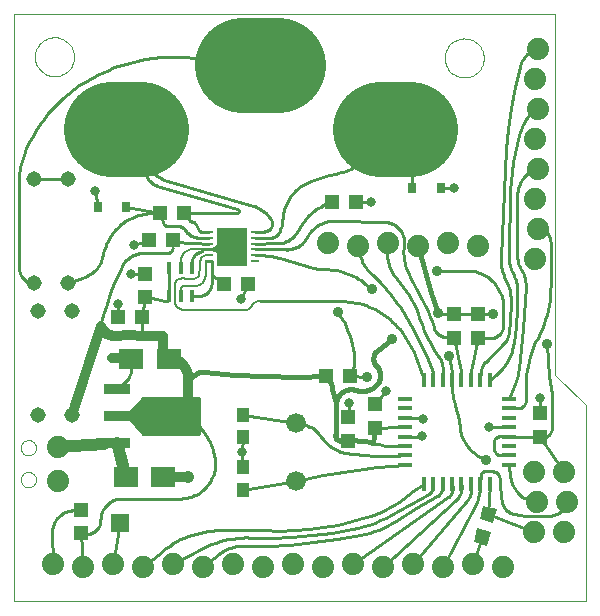
<source format=gtl>
G75*
G70*
%OFA0B0*%
%FSLAX24Y24*%
%IPPOS*%
%LPD*%
%AMOC8*
5,1,8,0,0,1.08239X$1,22.5*
%
%ADD10C,0.0000*%
%ADD11R,0.0138X0.0472*%
%ADD12R,0.0472X0.0138*%
%ADD13C,0.0660*%
%ADD14R,0.0394X0.0512*%
%ADD15R,0.0472X0.0472*%
%ADD16R,0.0157X0.0394*%
%ADD17C,0.1000*%
%ADD18C,0.0515*%
%ADD19C,0.0740*%
%ADD20R,0.0591X0.0630*%
%ADD21R,0.0472X0.0472*%
%ADD22R,0.0787X0.0709*%
%ADD23C,0.1500*%
%ADD24R,0.0906X0.0374*%
%ADD25R,0.0906X0.1280*%
%ADD26R,0.0984X0.1299*%
%ADD27R,0.0295X0.0098*%
%ADD28R,0.0315X0.0354*%
%ADD29C,0.0413*%
%ADD30C,0.0317*%
%ADD31C,0.0100*%
%ADD32C,0.0320*%
%ADD33C,0.0160*%
%ADD34C,0.0080*%
%ADD35C,0.0356*%
%ADD36C,0.0400*%
%ADD37C,0.3150*%
D10*
X002631Y002862D02*
X002631Y022429D01*
X020662Y022429D01*
X020662Y010421D01*
X021686Y009398D01*
X021686Y002862D01*
X002631Y002862D01*
X002847Y006917D02*
X002849Y006948D01*
X002855Y006979D01*
X002864Y007009D01*
X002877Y007038D01*
X002894Y007065D01*
X002914Y007089D01*
X002936Y007111D01*
X002962Y007130D01*
X002989Y007146D01*
X003018Y007158D01*
X003048Y007167D01*
X003079Y007172D01*
X003111Y007173D01*
X003142Y007170D01*
X003173Y007163D01*
X003203Y007153D01*
X003231Y007139D01*
X003257Y007121D01*
X003281Y007101D01*
X003302Y007077D01*
X003321Y007052D01*
X003336Y007024D01*
X003347Y006995D01*
X003355Y006964D01*
X003359Y006933D01*
X003359Y006901D01*
X003355Y006870D01*
X003347Y006839D01*
X003336Y006810D01*
X003321Y006782D01*
X003302Y006757D01*
X003281Y006733D01*
X003257Y006713D01*
X003231Y006695D01*
X003203Y006681D01*
X003173Y006671D01*
X003142Y006664D01*
X003111Y006661D01*
X003079Y006662D01*
X003048Y006667D01*
X003018Y006676D01*
X002989Y006688D01*
X002962Y006704D01*
X002936Y006723D01*
X002914Y006745D01*
X002894Y006769D01*
X002877Y006796D01*
X002864Y006825D01*
X002855Y006855D01*
X002849Y006886D01*
X002847Y006917D01*
X002847Y007980D02*
X002849Y008011D01*
X002855Y008042D01*
X002864Y008072D01*
X002877Y008101D01*
X002894Y008128D01*
X002914Y008152D01*
X002936Y008174D01*
X002962Y008193D01*
X002989Y008209D01*
X003018Y008221D01*
X003048Y008230D01*
X003079Y008235D01*
X003111Y008236D01*
X003142Y008233D01*
X003173Y008226D01*
X003203Y008216D01*
X003231Y008202D01*
X003257Y008184D01*
X003281Y008164D01*
X003302Y008140D01*
X003321Y008115D01*
X003336Y008087D01*
X003347Y008058D01*
X003355Y008027D01*
X003359Y007996D01*
X003359Y007964D01*
X003355Y007933D01*
X003347Y007902D01*
X003336Y007873D01*
X003321Y007845D01*
X003302Y007820D01*
X003281Y007796D01*
X003257Y007776D01*
X003231Y007758D01*
X003203Y007744D01*
X003173Y007734D01*
X003142Y007727D01*
X003111Y007724D01*
X003079Y007725D01*
X003048Y007730D01*
X003018Y007739D01*
X002989Y007751D01*
X002962Y007767D01*
X002936Y007786D01*
X002914Y007808D01*
X002894Y007832D01*
X002877Y007859D01*
X002864Y007888D01*
X002855Y007918D01*
X002849Y007949D01*
X002847Y007980D01*
X003319Y021012D02*
X003321Y021062D01*
X003327Y021112D01*
X003337Y021162D01*
X003350Y021210D01*
X003367Y021258D01*
X003388Y021304D01*
X003412Y021348D01*
X003440Y021390D01*
X003471Y021430D01*
X003505Y021467D01*
X003542Y021502D01*
X003581Y021533D01*
X003622Y021562D01*
X003666Y021587D01*
X003712Y021609D01*
X003759Y021627D01*
X003807Y021641D01*
X003856Y021652D01*
X003906Y021659D01*
X003956Y021662D01*
X004007Y021661D01*
X004057Y021656D01*
X004107Y021647D01*
X004155Y021635D01*
X004203Y021618D01*
X004249Y021598D01*
X004294Y021575D01*
X004337Y021548D01*
X004377Y021518D01*
X004415Y021485D01*
X004450Y021449D01*
X004483Y021410D01*
X004512Y021369D01*
X004538Y021326D01*
X004561Y021281D01*
X004580Y021234D01*
X004595Y021186D01*
X004607Y021137D01*
X004615Y021087D01*
X004619Y021037D01*
X004619Y020987D01*
X004615Y020937D01*
X004607Y020887D01*
X004595Y020838D01*
X004580Y020790D01*
X004561Y020743D01*
X004538Y020698D01*
X004512Y020655D01*
X004483Y020614D01*
X004450Y020575D01*
X004415Y020539D01*
X004377Y020506D01*
X004337Y020476D01*
X004294Y020449D01*
X004249Y020426D01*
X004203Y020406D01*
X004155Y020389D01*
X004107Y020377D01*
X004057Y020368D01*
X004007Y020363D01*
X003956Y020362D01*
X003906Y020365D01*
X003856Y020372D01*
X003807Y020383D01*
X003759Y020397D01*
X003712Y020415D01*
X003666Y020437D01*
X003622Y020462D01*
X003581Y020491D01*
X003542Y020522D01*
X003505Y020557D01*
X003471Y020594D01*
X003440Y020634D01*
X003412Y020676D01*
X003388Y020720D01*
X003367Y020766D01*
X003350Y020814D01*
X003337Y020862D01*
X003327Y020912D01*
X003321Y020962D01*
X003319Y021012D01*
X016981Y020973D02*
X016983Y021023D01*
X016989Y021073D01*
X016999Y021123D01*
X017012Y021171D01*
X017029Y021219D01*
X017050Y021265D01*
X017074Y021309D01*
X017102Y021351D01*
X017133Y021391D01*
X017167Y021428D01*
X017204Y021463D01*
X017243Y021494D01*
X017284Y021523D01*
X017328Y021548D01*
X017374Y021570D01*
X017421Y021588D01*
X017469Y021602D01*
X017518Y021613D01*
X017568Y021620D01*
X017618Y021623D01*
X017669Y021622D01*
X017719Y021617D01*
X017769Y021608D01*
X017817Y021596D01*
X017865Y021579D01*
X017911Y021559D01*
X017956Y021536D01*
X017999Y021509D01*
X018039Y021479D01*
X018077Y021446D01*
X018112Y021410D01*
X018145Y021371D01*
X018174Y021330D01*
X018200Y021287D01*
X018223Y021242D01*
X018242Y021195D01*
X018257Y021147D01*
X018269Y021098D01*
X018277Y021048D01*
X018281Y020998D01*
X018281Y020948D01*
X018277Y020898D01*
X018269Y020848D01*
X018257Y020799D01*
X018242Y020751D01*
X018223Y020704D01*
X018200Y020659D01*
X018174Y020616D01*
X018145Y020575D01*
X018112Y020536D01*
X018077Y020500D01*
X018039Y020467D01*
X017999Y020437D01*
X017956Y020410D01*
X017911Y020387D01*
X017865Y020367D01*
X017817Y020350D01*
X017769Y020338D01*
X017719Y020329D01*
X017669Y020324D01*
X017618Y020323D01*
X017568Y020326D01*
X017518Y020333D01*
X017469Y020344D01*
X017421Y020358D01*
X017374Y020376D01*
X017328Y020398D01*
X017284Y020423D01*
X017243Y020452D01*
X017204Y020483D01*
X017167Y020518D01*
X017133Y020555D01*
X017102Y020595D01*
X017074Y020637D01*
X017050Y020681D01*
X017029Y020727D01*
X017012Y020775D01*
X016999Y020823D01*
X016989Y020873D01*
X016983Y020923D01*
X016981Y020973D01*
D11*
X016906Y010244D03*
X016591Y010244D03*
X016276Y010244D03*
X017221Y010244D03*
X017536Y010244D03*
X017851Y010244D03*
X018166Y010244D03*
X018481Y010244D03*
X018481Y006780D03*
X018166Y006780D03*
X017851Y006780D03*
X017536Y006780D03*
X017221Y006780D03*
X016906Y006780D03*
X016591Y006780D03*
X016276Y006780D03*
D12*
X015646Y007410D03*
X015646Y007725D03*
X015646Y008040D03*
X015646Y008354D03*
X015646Y008669D03*
X015646Y008984D03*
X015646Y009299D03*
X015646Y009614D03*
X019111Y009614D03*
X019111Y009299D03*
X019111Y008984D03*
X019111Y008669D03*
X019111Y008354D03*
X019111Y008040D03*
X019111Y007725D03*
X019111Y007410D03*
D13*
X012009Y006874D03*
X012009Y008795D03*
D14*
X010245Y009075D03*
X010245Y008327D03*
X010253Y007323D03*
X010253Y006575D03*
D15*
X013764Y008217D03*
X013764Y009004D03*
X014670Y008654D03*
X014670Y009441D03*
X013812Y010382D03*
X013024Y010382D03*
X010406Y013445D03*
X009619Y013445D03*
X007906Y014910D03*
X007119Y014910D03*
X007497Y015791D03*
X008284Y015791D03*
X006981Y013788D03*
X006981Y013000D03*
X006883Y012335D03*
X006095Y012335D03*
X004856Y005915D03*
X004856Y005128D03*
X013221Y016169D03*
X014009Y016169D03*
X017300Y012433D03*
X018079Y012429D03*
X018079Y011642D03*
X017300Y011646D03*
X020142Y009130D03*
X020142Y008343D03*
D16*
X008552Y013028D03*
X008178Y013028D03*
X007804Y013028D03*
X007804Y013973D03*
X008178Y013973D03*
X008552Y013973D03*
D17*
X006843Y018610D03*
X014835Y018610D03*
D18*
X004560Y012547D03*
X004418Y013473D03*
X003276Y013477D03*
X003418Y012547D03*
X003418Y009083D03*
X004560Y009083D03*
X004418Y016937D03*
X003276Y016941D03*
D19*
X004097Y008005D03*
X004097Y006865D03*
X003929Y004115D03*
X004929Y004015D03*
X005929Y004115D03*
X006929Y004015D03*
X007929Y004115D03*
X008929Y004015D03*
X009929Y004115D03*
X010929Y004015D03*
X011926Y004115D03*
X012926Y004015D03*
X013926Y004115D03*
X014926Y004015D03*
X015926Y004115D03*
X016926Y004015D03*
X017926Y004115D03*
X018926Y004015D03*
X019962Y005185D03*
X020966Y005185D03*
X021066Y006185D03*
X020966Y007185D03*
X020062Y006185D03*
X019962Y007185D03*
X019982Y014288D03*
X020082Y015288D03*
X019982Y016288D03*
X020082Y017288D03*
X019982Y018288D03*
X020082Y019288D03*
X019982Y020288D03*
X020082Y021288D03*
X018103Y014702D03*
X017103Y014802D03*
X016103Y014702D03*
X015103Y014802D03*
X014103Y014702D03*
X013103Y014802D03*
D20*
X006155Y005482D03*
D21*
G36*
X018522Y005170D02*
X018399Y004715D01*
X017944Y004838D01*
X018067Y005293D01*
X018522Y005170D01*
G37*
G36*
X018726Y005931D02*
X018603Y005476D01*
X018148Y005599D01*
X018271Y006054D01*
X018726Y005931D01*
G37*
D22*
X007796Y010954D03*
X006536Y010954D03*
X006341Y006998D03*
X007601Y006998D03*
D23*
X005859Y018610D03*
X010229Y020736D03*
X011410Y020736D03*
X015820Y018610D03*
D24*
X006056Y009949D03*
X006056Y009043D03*
X006056Y008138D03*
D25*
X008379Y009043D03*
D26*
X009890Y014689D03*
D27*
X009111Y014591D03*
X009111Y014788D03*
X009111Y014984D03*
X009111Y015181D03*
X009111Y014394D03*
X009111Y014197D03*
X010670Y014197D03*
X010670Y014394D03*
X010670Y014591D03*
X010670Y014788D03*
X010670Y014984D03*
X010670Y015181D03*
D28*
X006371Y016012D03*
X005426Y016012D03*
X015898Y016642D03*
X016843Y016642D03*
D29*
X008418Y006996D03*
D30*
X010229Y007823D03*
X013772Y009477D03*
X015032Y009870D03*
X016253Y008925D03*
X016213Y008374D03*
X018457Y008689D03*
X020150Y009634D03*
X014520Y016169D03*
X017276Y016642D03*
X010190Y015146D03*
X009875Y014673D03*
X009599Y014240D03*
X010190Y014240D03*
X009599Y015146D03*
X010190Y012941D03*
X006509Y013776D03*
X006607Y014752D03*
X005308Y016524D03*
X006091Y012788D03*
X005898Y010973D03*
D31*
X007631Y016917D02*
X010584Y016051D01*
X011567Y015579D02*
X011562Y015515D01*
X011553Y015451D01*
X011540Y015388D01*
X011523Y015325D01*
X011502Y015264D01*
X011477Y015204D01*
X011449Y015146D01*
X011450Y015146D02*
X011433Y015117D01*
X011413Y015090D01*
X011389Y015066D01*
X011363Y015045D01*
X011335Y015027D01*
X011305Y015012D01*
X011274Y015000D01*
X011241Y014993D01*
X011208Y014989D01*
X011174Y014988D01*
X010670Y014984D01*
X010670Y014788D02*
X011371Y014791D01*
X011607Y014595D02*
X010670Y014591D01*
X011173Y015618D02*
X011137Y015668D01*
X011097Y015716D01*
X011055Y015762D01*
X011011Y015805D01*
X010964Y015846D01*
X010915Y015884D01*
X010864Y015920D01*
X010811Y015952D01*
X010756Y015981D01*
X010700Y016008D01*
X010642Y016031D01*
X010583Y016051D01*
X010071Y015933D02*
X007394Y016721D01*
X007351Y016735D01*
X007309Y016753D01*
X007268Y016774D01*
X007230Y016798D01*
X007193Y016825D01*
X007159Y016856D01*
X007128Y016889D01*
X007100Y016924D01*
X007075Y016962D01*
X007053Y017002D01*
X007034Y017043D01*
X007019Y017086D01*
X007008Y017131D01*
X007000Y017175D01*
X006996Y017221D01*
X006997Y017266D01*
X007000Y017312D01*
X006922Y017744D02*
X006935Y017682D01*
X006951Y017620D01*
X006971Y017560D01*
X006995Y017501D01*
X007022Y017444D01*
X007052Y017388D01*
X007086Y017334D01*
X007123Y017282D01*
X007163Y017233D01*
X007205Y017186D01*
X007251Y017142D01*
X007299Y017100D01*
X007349Y017062D01*
X007402Y017026D01*
X007457Y016994D01*
X007513Y016965D01*
X007571Y016939D01*
X007631Y016917D01*
X004993Y020185D02*
X004798Y020060D01*
X004610Y019926D01*
X004427Y019783D01*
X004251Y019633D01*
X004083Y019474D01*
X003922Y019307D01*
X003769Y019133D01*
X003625Y018952D01*
X003488Y018765D01*
X003361Y018571D01*
X003243Y018372D01*
X003135Y018167D01*
X003035Y017958D01*
X002946Y017744D01*
X003276Y016941D02*
X004418Y016937D01*
X002788Y016839D02*
X002787Y016942D01*
X002791Y017045D01*
X002800Y017147D01*
X002813Y017249D01*
X002831Y017350D01*
X002853Y017451D01*
X002879Y017550D01*
X002910Y017648D01*
X002945Y017744D01*
X002788Y016839D02*
X002788Y014004D01*
X002789Y013959D01*
X002793Y013915D01*
X002801Y013872D01*
X002812Y013829D01*
X002828Y013787D01*
X002847Y013747D01*
X002869Y013709D01*
X002894Y013673D01*
X002923Y013639D01*
X002955Y013608D01*
X002989Y013579D01*
X003025Y013554D01*
X003064Y013532D01*
X003104Y013514D01*
X003146Y013499D01*
X003189Y013487D01*
X003232Y013480D01*
X003276Y013476D01*
X004418Y013473D02*
X004993Y013689D01*
X005048Y013712D01*
X005102Y013739D01*
X005155Y013769D01*
X005205Y013802D01*
X005253Y013839D01*
X005298Y013878D01*
X005341Y013920D01*
X005381Y013965D01*
X005418Y014013D01*
X005452Y014063D01*
X005483Y014115D01*
X005510Y014168D01*
X005534Y014224D01*
X005554Y014281D01*
X005570Y014339D01*
X005583Y014398D01*
X006607Y014752D02*
X007119Y014910D01*
X006961Y014477D02*
X007709Y014477D01*
X007710Y014477D02*
X007733Y014473D01*
X007757Y014473D01*
X007781Y014477D01*
X007804Y014484D01*
X007826Y014495D01*
X007846Y014508D01*
X007863Y014525D01*
X007878Y014543D01*
X007890Y014564D01*
X007899Y014587D01*
X007904Y014610D01*
X007906Y014634D01*
X008340Y015224D02*
X008321Y015252D01*
X008300Y015278D01*
X008277Y015301D01*
X008251Y015322D01*
X008223Y015340D01*
X008193Y015355D01*
X008162Y015367D01*
X008130Y015375D01*
X008097Y015380D01*
X008064Y015382D01*
X007749Y015382D01*
X007748Y015382D02*
X007726Y015379D01*
X007704Y015380D01*
X007682Y015385D01*
X007662Y015393D01*
X007643Y015405D01*
X007626Y015420D01*
X007612Y015437D01*
X007602Y015457D01*
X007595Y015478D01*
X007591Y015500D01*
X007497Y015791D01*
X006371Y016012D01*
X005426Y016012D02*
X005308Y016524D01*
X007001Y017311D02*
X007015Y017430D01*
X007023Y017550D01*
X007025Y017671D01*
X007022Y017791D01*
X007013Y017911D01*
X006998Y018030D01*
X006978Y018149D01*
X006953Y018266D01*
X006922Y018383D01*
X006886Y018497D01*
X006844Y018610D01*
X007906Y014909D02*
X008010Y014879D01*
X008116Y014853D01*
X008222Y014831D01*
X008329Y014815D01*
X008437Y014802D01*
X008546Y014794D01*
X008654Y014791D01*
X009111Y014788D01*
X009111Y014591D02*
X008914Y014595D01*
X008913Y014579D01*
X008909Y014564D01*
X008902Y014550D01*
X008892Y014539D01*
X008880Y014529D01*
X008866Y014523D01*
X008851Y014519D01*
X009111Y014591D02*
X009296Y014591D01*
X009209Y014197D02*
X009111Y014197D01*
X009012Y014197D01*
X008851Y014519D02*
X008816Y014512D01*
X008783Y014502D01*
X008750Y014488D01*
X008719Y014471D01*
X008690Y014451D01*
X008663Y014428D01*
X008639Y014403D01*
X008617Y014375D01*
X008598Y014345D01*
X008582Y014314D01*
X008569Y014281D01*
X008560Y014247D01*
X008554Y014212D01*
X008552Y014177D01*
X009209Y014197D02*
X009209Y013729D01*
X009619Y013445D01*
X009209Y013520D02*
X009209Y013729D01*
X009209Y013520D02*
X009210Y013478D01*
X009206Y013436D01*
X009199Y013394D01*
X009188Y013353D01*
X009174Y013313D01*
X009156Y013275D01*
X009134Y013239D01*
X009110Y013204D01*
X009082Y013172D01*
X009051Y013143D01*
X009018Y013117D01*
X008983Y013093D01*
X008946Y013073D01*
X008907Y013057D01*
X008866Y013044D01*
X008825Y013035D01*
X008783Y013030D01*
X008741Y013028D01*
X008552Y013028D01*
X007804Y013028D02*
X007804Y013973D01*
X007497Y015792D02*
X007416Y015801D01*
X007334Y015806D01*
X007253Y015807D01*
X007171Y015804D01*
X007090Y015797D01*
X007009Y015787D01*
X006928Y015773D01*
X006849Y015754D01*
X006770Y015732D01*
X006692Y015707D01*
X006616Y015677D01*
X006542Y015645D01*
X006468Y015608D01*
X006397Y015568D01*
X006328Y015525D01*
X006261Y015478D01*
X006196Y015429D01*
X006134Y015376D01*
X006074Y015321D01*
X006017Y015262D01*
X005962Y015201D01*
X005911Y015138D01*
X005863Y015072D01*
X005818Y015004D01*
X005776Y014933D01*
X005738Y014861D01*
X005703Y014787D01*
X005672Y014712D01*
X005644Y014635D01*
X005620Y014557D01*
X005600Y014478D01*
X005583Y014398D01*
X006509Y013776D02*
X006981Y013788D01*
X006961Y014477D02*
X006906Y014475D01*
X006852Y014470D01*
X006798Y014462D01*
X006745Y014450D01*
X006692Y014434D01*
X006641Y014416D01*
X006591Y014394D01*
X006542Y014370D01*
X006495Y014342D01*
X006450Y014311D01*
X006407Y014278D01*
X006366Y014241D01*
X006328Y014203D01*
X006291Y014162D01*
X019402Y013178D02*
X019388Y012612D01*
X019349Y012047D01*
X019284Y011485D01*
X018969Y011485D02*
X018997Y011517D01*
X019022Y011551D01*
X019045Y011587D01*
X019064Y011625D01*
X019080Y011664D01*
X019092Y011704D01*
X019101Y011746D01*
X019107Y011788D01*
X018930Y012075D02*
X018929Y012035D01*
X018925Y011995D01*
X018916Y011955D01*
X018904Y011916D01*
X018888Y011879D01*
X018869Y011844D01*
X018846Y011810D01*
X018821Y011779D01*
X018792Y011750D01*
X018761Y011724D01*
X018727Y011702D01*
X018691Y011683D01*
X018654Y011667D01*
X018616Y011655D01*
X018576Y011646D01*
X018536Y011642D01*
X018079Y011642D02*
X017867Y010540D01*
X017851Y010244D01*
X018166Y010244D02*
X018186Y010528D01*
X018481Y010244D02*
X018694Y010421D01*
X018186Y010528D02*
X018191Y010568D01*
X018199Y010609D01*
X018210Y010648D01*
X018224Y010686D01*
X018241Y010724D01*
X018262Y010759D01*
X018285Y010793D01*
X018311Y010825D01*
X018340Y010854D01*
X018777Y008665D02*
X018860Y008661D01*
X018944Y008660D01*
X019028Y008663D01*
X019111Y008669D01*
X019111Y008354D02*
X018808Y008358D01*
X018807Y008358D02*
X018782Y008357D01*
X018757Y008352D01*
X018733Y008344D01*
X018710Y008333D01*
X018688Y008319D01*
X018669Y008302D01*
X018652Y008283D01*
X018638Y008261D01*
X018627Y008238D01*
X018619Y008214D01*
X018614Y008189D01*
X018613Y008164D01*
X018615Y008138D01*
X018615Y007980D01*
X018617Y007949D01*
X018623Y007918D01*
X018632Y007888D01*
X018645Y007859D01*
X018662Y007832D01*
X018682Y007808D01*
X018704Y007786D01*
X018730Y007767D01*
X018757Y007751D01*
X018786Y007739D01*
X018816Y007730D01*
X018847Y007725D01*
X018879Y007724D01*
X019111Y007410D02*
X019166Y006996D01*
X018811Y006957D02*
X018809Y006985D01*
X018804Y007013D01*
X018796Y007041D01*
X018784Y007067D01*
X018769Y007091D01*
X018752Y007113D01*
X018731Y007134D01*
X018709Y007151D01*
X018685Y007166D01*
X018659Y007178D01*
X018631Y007186D01*
X018603Y007191D01*
X018575Y007193D01*
X018339Y007193D01*
X018319Y007196D01*
X018299Y007196D01*
X018279Y007192D01*
X018260Y007186D01*
X018242Y007176D01*
X018225Y007164D01*
X018211Y007149D01*
X018200Y007133D01*
X018191Y007114D01*
X018185Y007095D01*
X018182Y007075D01*
X018166Y006780D01*
X018481Y006780D02*
X018437Y005765D01*
X019962Y005185D01*
X019284Y005776D02*
X019244Y005786D01*
X019204Y005799D01*
X019165Y005816D01*
X019128Y005836D01*
X019093Y005859D01*
X019059Y005885D01*
X019028Y005913D01*
X019000Y005944D01*
X018974Y005978D01*
X018951Y006013D01*
X018931Y006050D01*
X018914Y006089D01*
X018901Y006129D01*
X018891Y006169D01*
X017985Y006051D02*
X016926Y004015D01*
X015926Y004115D02*
X017670Y006130D01*
X017355Y006248D02*
X014926Y004015D01*
X013926Y004115D02*
X017079Y006327D01*
X017670Y006131D02*
X017703Y006172D01*
X017734Y006216D01*
X017762Y006262D01*
X017786Y006310D01*
X017808Y006359D01*
X017825Y006409D01*
X017840Y006461D01*
X017851Y006513D01*
X017858Y006567D01*
X017862Y006620D01*
X017862Y006674D01*
X017858Y006727D01*
X017851Y006780D01*
X017536Y006780D02*
X017542Y006735D01*
X017545Y006690D01*
X017544Y006645D01*
X017540Y006600D01*
X017532Y006556D01*
X017520Y006512D01*
X017506Y006470D01*
X017488Y006428D01*
X017467Y006388D01*
X017443Y006350D01*
X017417Y006314D01*
X017387Y006280D01*
X017355Y006248D01*
X017079Y006327D02*
X017110Y006351D01*
X017139Y006378D01*
X017164Y006408D01*
X017187Y006440D01*
X017205Y006474D01*
X017221Y006510D01*
X017233Y006548D01*
X017241Y006586D01*
X017244Y006625D01*
X017245Y006664D01*
X017241Y006703D01*
X017233Y006742D01*
X017221Y006779D01*
X018166Y006780D02*
X018164Y006704D01*
X018158Y006629D01*
X018148Y006554D01*
X018135Y006479D01*
X018119Y006405D01*
X018099Y006332D01*
X018075Y006260D01*
X018048Y006189D01*
X018018Y006120D01*
X017985Y006052D01*
X018233Y005004D02*
X017926Y004115D01*
X018879Y007724D02*
X018995Y007726D01*
X019111Y007724D01*
X019111Y008354D02*
X019596Y008348D01*
X020142Y008343D01*
X020966Y007185D01*
X020062Y006186D02*
X020003Y006189D01*
X019943Y006197D01*
X019885Y006208D01*
X019827Y006224D01*
X019770Y006242D01*
X019715Y006265D01*
X019661Y006291D01*
X019609Y006320D01*
X019559Y006352D01*
X019511Y006388D01*
X019466Y006427D01*
X019423Y006468D01*
X019382Y006512D01*
X019345Y006559D01*
X019311Y006608D01*
X019280Y006659D01*
X019252Y006712D01*
X019228Y006766D01*
X019207Y006822D01*
X019189Y006879D01*
X019176Y006938D01*
X019166Y006996D01*
X020425Y005697D02*
X020479Y005703D01*
X020531Y005712D01*
X020583Y005725D01*
X020634Y005741D01*
X020683Y005762D01*
X020731Y005786D01*
X020776Y005813D01*
X020820Y005844D01*
X020861Y005878D01*
X020900Y005915D01*
X020935Y005954D01*
X020968Y005997D01*
X020998Y006041D01*
X021024Y006087D01*
X021047Y006136D01*
X021066Y006186D01*
X018891Y006170D02*
X018862Y006326D01*
X018840Y006483D01*
X018825Y006640D01*
X018815Y006799D01*
X018812Y006957D01*
X018776Y008666D02*
X018457Y008689D01*
X017473Y008689D02*
X017483Y008619D01*
X017497Y008550D01*
X017514Y008482D01*
X017535Y008415D01*
X017559Y008350D01*
X017587Y008285D01*
X017618Y008222D01*
X017653Y008161D01*
X017690Y008102D01*
X017730Y008044D01*
X017774Y007989D01*
X017820Y007936D01*
X017869Y007886D01*
X017920Y007838D01*
X017974Y007793D01*
X018030Y007751D01*
X018088Y007712D01*
X018148Y007675D01*
X018210Y007642D01*
X018274Y007613D01*
X018339Y007586D01*
X016906Y006780D02*
X016913Y006743D01*
X016916Y006706D01*
X016915Y006669D01*
X016911Y006632D01*
X016903Y006596D01*
X016891Y006560D01*
X016877Y006526D01*
X016858Y006494D01*
X016837Y006463D01*
X016813Y006435D01*
X016786Y006410D01*
X016757Y006387D01*
X016725Y006367D01*
X016449Y006446D02*
X016477Y006463D01*
X016502Y006484D01*
X016524Y006507D01*
X016545Y006533D01*
X016562Y006560D01*
X016576Y006589D01*
X016587Y006620D01*
X016595Y006651D01*
X016599Y006683D01*
X016600Y006716D01*
X016597Y006748D01*
X016591Y006780D01*
X015646Y008670D02*
X015606Y008678D01*
X015566Y008682D01*
X015526Y008685D01*
X015486Y008685D01*
X015445Y008682D01*
X015446Y008681D02*
X014670Y008654D01*
X014670Y009441D02*
X015032Y009870D01*
X006292Y014162D02*
X006124Y013822D01*
X005971Y013475D01*
X005832Y013123D01*
X005708Y012765D01*
X005598Y012402D01*
X005504Y012036D01*
X006095Y012335D02*
X006091Y012788D01*
X006883Y012335D02*
X006883Y011957D01*
X006920Y011710D01*
X006883Y012335D02*
X006981Y013000D01*
X007383Y012929D01*
X007631Y012862D01*
X007631Y012863D02*
X007655Y012865D01*
X007678Y012870D01*
X007701Y012878D01*
X007722Y012889D01*
X007741Y012903D01*
X007759Y012919D01*
X007774Y012938D01*
X007786Y012959D01*
X007795Y012981D01*
X007801Y013004D01*
X007804Y013028D01*
X007591Y011209D02*
X007796Y010954D01*
X007867Y011012D01*
X008777Y014984D02*
X008944Y014987D01*
X009111Y014984D01*
X009111Y015181D02*
X008851Y015185D01*
X008851Y015184D02*
X008826Y015199D01*
X008803Y015218D01*
X008783Y015238D01*
X008765Y015262D01*
X008751Y015287D01*
X008740Y015314D01*
X008732Y015342D01*
X008776Y014985D02*
X008733Y014986D01*
X008689Y014990D01*
X008647Y014998D01*
X008605Y015010D01*
X008564Y015026D01*
X008525Y015045D01*
X008488Y015068D01*
X008453Y015094D01*
X008420Y015123D01*
X008390Y015154D01*
X008363Y015189D01*
X008340Y015225D01*
X008497Y015539D02*
X008528Y015531D01*
X008558Y015520D01*
X008587Y015507D01*
X008614Y015490D01*
X008640Y015471D01*
X008663Y015449D01*
X008685Y015425D01*
X008703Y015399D01*
X008719Y015372D01*
X008733Y015342D01*
X008497Y015540D02*
X008284Y015791D01*
X008497Y015815D01*
X008339Y021012D02*
X008070Y021022D01*
X007801Y021020D01*
X007532Y021005D01*
X007264Y020978D01*
X006998Y020938D01*
X006734Y020886D01*
X006472Y020822D01*
X006214Y020745D01*
X005960Y020656D01*
X005710Y020555D01*
X005465Y020443D01*
X005226Y020320D01*
X004993Y020185D01*
X018339Y010855D02*
X018969Y011485D01*
X018079Y012429D02*
X017300Y012433D01*
X019181Y012772D02*
X019184Y012851D01*
X019183Y012930D01*
X019178Y013009D01*
X019169Y013088D01*
X019156Y013166D01*
X019139Y013244D01*
X019119Y013321D01*
X019095Y013396D01*
X019067Y013470D01*
X019035Y013543D01*
X019000Y013614D01*
X019520Y013925D02*
X019552Y013872D01*
X019581Y013817D01*
X019606Y013760D01*
X019627Y013702D01*
X019645Y013642D01*
X019659Y013582D01*
X019670Y013521D01*
X019676Y013459D01*
X019679Y013397D01*
X019678Y013335D01*
X019001Y013614D02*
X018970Y013678D01*
X018942Y013743D01*
X018918Y013809D01*
X018898Y013876D01*
X018881Y013945D01*
X018867Y014014D01*
X018858Y014084D01*
X018852Y014154D01*
X018850Y014225D01*
X018852Y014295D01*
X019127Y014358D02*
X019166Y016563D01*
X019402Y016406D02*
X019402Y014398D01*
X019126Y014358D02*
X019124Y014301D01*
X019125Y014244D01*
X019129Y014187D01*
X019136Y014130D01*
X019147Y014074D01*
X019160Y014019D01*
X019177Y013964D01*
X019196Y013910D01*
X019219Y013858D01*
X019245Y013807D01*
X019521Y013926D02*
X019495Y013968D01*
X019473Y014012D01*
X019453Y014058D01*
X019436Y014105D01*
X019423Y014152D01*
X019412Y014201D01*
X019405Y014250D01*
X019401Y014299D01*
X019400Y014349D01*
X019402Y014398D01*
X020083Y015288D02*
X020123Y015283D01*
X020162Y015275D01*
X020201Y015264D01*
X020238Y015249D01*
X020274Y015231D01*
X020308Y015209D01*
X020341Y015185D01*
X020371Y015158D01*
X020398Y015128D01*
X020423Y015097D01*
X020444Y015063D01*
X020463Y015027D01*
X020478Y014989D01*
X020490Y014951D01*
X020499Y014912D01*
X020504Y014872D01*
X020505Y014831D01*
X016134Y012312D02*
X016214Y012090D01*
X016304Y011872D01*
X016404Y011659D01*
X016514Y011451D01*
X016635Y011248D01*
X016764Y011052D01*
X017119Y011051D02*
X017237Y010500D01*
X017221Y010244D01*
X016906Y010244D02*
X016914Y010551D01*
X016591Y010516D02*
X016591Y010244D01*
X016915Y010551D02*
X016914Y010605D01*
X016911Y010658D01*
X016904Y010710D01*
X016893Y010762D01*
X016880Y010814D01*
X016863Y010864D01*
X016843Y010913D01*
X016820Y010961D01*
X016794Y011007D01*
X016765Y011052D01*
X019442Y010618D02*
X019427Y010517D01*
X019407Y010417D01*
X019383Y010317D01*
X019354Y010219D01*
X019321Y010122D01*
X019284Y010027D01*
X019284Y010028D02*
X019111Y009614D01*
X019418Y009299D02*
X019450Y009301D01*
X019481Y009307D01*
X019511Y009316D01*
X019540Y009329D01*
X019567Y009346D01*
X019592Y009365D01*
X019615Y009388D01*
X019634Y009413D01*
X019651Y009440D01*
X019663Y009469D01*
X019673Y009500D01*
X019678Y009531D01*
X019680Y009563D01*
X019678Y009594D01*
X019678Y009595D02*
X019678Y010067D01*
X017315Y009437D02*
X017287Y009535D01*
X017264Y009635D01*
X017246Y009735D01*
X017232Y009836D01*
X017222Y009938D01*
X017217Y010040D01*
X017216Y010142D01*
X017220Y010244D01*
X017536Y010244D02*
X017512Y010540D01*
X017300Y011646D01*
X017000Y011681D02*
X016962Y011683D01*
X016923Y011689D01*
X016886Y011699D01*
X016849Y011712D01*
X016814Y011729D01*
X016781Y011748D01*
X016749Y011771D01*
X016720Y011797D01*
X016694Y011825D01*
X016670Y011856D01*
X016649Y011888D01*
X016631Y011923D01*
X016617Y011959D01*
X016606Y011996D01*
X018693Y010422D02*
X018752Y010473D01*
X018808Y010527D01*
X018862Y010583D01*
X018913Y010642D01*
X018961Y010703D01*
X019006Y010766D01*
X019049Y010831D01*
X019088Y010898D01*
X019124Y010967D01*
X019157Y011037D01*
X019187Y011109D01*
X019213Y011182D01*
X019236Y011257D01*
X019255Y011332D01*
X019271Y011408D01*
X019284Y011485D01*
X020379Y011429D02*
X020465Y010382D01*
X020426Y005697D02*
X020235Y005690D01*
X020044Y005690D01*
X019852Y005699D01*
X019662Y005717D01*
X019472Y005742D01*
X019284Y005776D01*
X020142Y008343D02*
X020175Y008334D01*
X020209Y008329D01*
X020243Y008327D01*
X020277Y008329D01*
X020310Y008334D01*
X020343Y008344D01*
X020375Y008356D01*
X020405Y008372D01*
X020433Y008391D01*
X020459Y008413D01*
X020483Y008438D01*
X020503Y008465D01*
X020521Y008494D01*
X020536Y008524D01*
X020547Y008557D01*
X020554Y008590D01*
X020558Y008624D01*
X020559Y008658D01*
X020560Y008658D02*
X020560Y009776D01*
X020150Y009634D02*
X020142Y009130D01*
X019418Y009299D02*
X019111Y009299D01*
X017299Y011646D02*
X017200Y011663D01*
X017100Y011675D01*
X017000Y011682D01*
X018929Y012626D02*
X018930Y012694D01*
X018926Y012761D01*
X018919Y012828D01*
X018908Y012895D01*
X018894Y012961D01*
X018876Y013026D01*
X018854Y013090D01*
X018829Y013152D01*
X018800Y013213D01*
X018768Y013273D01*
X018733Y013330D01*
X018695Y013386D01*
X018653Y013439D01*
X018609Y013490D01*
X018562Y013538D01*
X018513Y013584D01*
X018461Y013627D01*
X018406Y013667D01*
X018350Y013704D01*
X018292Y013738D01*
X018231Y013769D01*
X018170Y013796D01*
X018106Y013820D01*
X018042Y013840D01*
X017977Y013856D01*
X017910Y013869D01*
X017844Y013879D01*
X017776Y013884D01*
X017709Y013886D01*
X016725Y013886D01*
X020505Y013414D02*
X020503Y013246D01*
X020493Y013079D01*
X020476Y012912D01*
X020451Y012746D01*
X020419Y012582D01*
X020379Y012419D01*
X020332Y012259D01*
X020277Y012100D01*
X020216Y011944D01*
X020147Y011791D01*
X020072Y011642D01*
X019402Y013177D02*
X019400Y013243D01*
X019396Y013308D01*
X019388Y013373D01*
X019377Y013438D01*
X019362Y013502D01*
X019345Y013565D01*
X019324Y013628D01*
X019301Y013689D01*
X019274Y013749D01*
X019245Y013807D01*
X018536Y011642D02*
X018384Y011636D01*
X018232Y011636D01*
X018080Y011642D01*
X015646Y008040D02*
X015539Y008030D01*
X015432Y008025D01*
X015325Y008024D01*
X015217Y008029D01*
X015110Y008038D01*
X015004Y008052D01*
X014898Y008070D01*
X014793Y008094D01*
X014690Y008122D01*
X014587Y008154D01*
X013764Y008217D02*
X013497Y008217D01*
X014166Y005068D02*
X014322Y005102D01*
X014476Y005144D01*
X014629Y005193D01*
X014778Y005249D01*
X014925Y005312D01*
X015069Y005381D01*
X015210Y005457D01*
X015347Y005540D01*
X003891Y005185D02*
X003892Y004828D01*
X003905Y004471D01*
X003930Y004115D01*
X004929Y004015D02*
X004856Y005128D01*
X004559Y005894D02*
X004509Y005889D01*
X004459Y005880D01*
X004409Y005867D01*
X004361Y005851D01*
X004314Y005832D01*
X004268Y005809D01*
X004224Y005783D01*
X004182Y005755D01*
X004142Y005723D01*
X004105Y005688D01*
X004070Y005651D01*
X004037Y005612D01*
X004008Y005570D01*
X003982Y005527D01*
X003958Y005481D01*
X003938Y005434D01*
X003922Y005386D01*
X003908Y005337D01*
X003899Y005287D01*
X003893Y005236D01*
X003890Y005186D01*
X016591Y010516D02*
X016387Y010998D01*
X016164Y011471D01*
X015922Y011936D01*
X015662Y012390D01*
X014560Y013256D02*
X014323Y013453D01*
X013536Y012862D02*
X010820Y012862D01*
X010190Y012941D02*
X010406Y013445D01*
X009875Y014673D02*
X009882Y014676D01*
X009888Y014682D01*
X009891Y014689D01*
X010071Y015815D02*
X010084Y015821D01*
X010095Y015829D01*
X010104Y015840D01*
X010110Y015853D01*
X010114Y015867D01*
X010114Y015881D01*
X010110Y015895D01*
X010104Y015908D01*
X010095Y015919D01*
X010084Y015927D01*
X010071Y015933D01*
X010938Y015185D02*
X010970Y015186D01*
X011002Y015191D01*
X011033Y015199D01*
X011062Y015211D01*
X011091Y015226D01*
X011117Y015244D01*
X011141Y015265D01*
X011163Y015289D01*
X011181Y015315D01*
X011196Y015344D01*
X011208Y015373D01*
X011217Y015404D01*
X011222Y015436D01*
X011223Y015468D01*
X011220Y015500D01*
X011214Y015532D01*
X011204Y015562D01*
X011191Y015591D01*
X011174Y015619D01*
X011371Y014791D02*
X011425Y014793D01*
X011480Y014799D01*
X011534Y014808D01*
X011587Y014821D01*
X011640Y014837D01*
X011691Y014856D01*
X011741Y014879D01*
X011789Y014906D01*
X011835Y014935D01*
X011880Y014967D01*
X011922Y015002D01*
X011962Y015040D01*
X011999Y015080D01*
X012033Y015123D01*
X012065Y015168D01*
X012093Y015215D01*
X012119Y015263D01*
X012354Y014949D02*
X012324Y014904D01*
X012290Y014861D01*
X012253Y014821D01*
X012213Y014783D01*
X012171Y014749D01*
X012127Y014717D01*
X012080Y014688D01*
X012032Y014663D01*
X011982Y014642D01*
X011930Y014624D01*
X011878Y014609D01*
X011824Y014599D01*
X011770Y014592D01*
X011716Y014589D01*
X011661Y014590D01*
X011607Y014595D01*
X014363Y005658D02*
X013891Y005527D01*
X013413Y005420D01*
X012930Y005335D01*
X012445Y005273D01*
X011956Y005234D01*
X011467Y005217D01*
X010977Y005224D01*
X010253Y006575D02*
X012009Y006874D01*
X012866Y008334D02*
X012832Y008384D01*
X012796Y008431D01*
X012756Y008476D01*
X012714Y008518D01*
X012670Y008558D01*
X012623Y008595D01*
X012574Y008630D01*
X012523Y008661D01*
X012470Y008689D01*
X012416Y008714D01*
X012360Y008736D01*
X012303Y008755D01*
X012245Y008770D01*
X012187Y008781D01*
X012128Y008789D01*
X012068Y008794D01*
X012008Y008795D01*
X012009Y008795D02*
X010245Y009075D01*
X015663Y012390D02*
X015515Y012624D01*
X015358Y012851D01*
X015192Y013072D01*
X015016Y013286D01*
X014832Y013491D01*
X014639Y013689D01*
X013221Y016169D02*
X013143Y016147D01*
X013065Y016121D01*
X012989Y016091D01*
X012915Y016057D01*
X012842Y016020D01*
X012771Y015980D01*
X012702Y015936D01*
X012635Y015889D01*
X012570Y015838D01*
X012508Y015785D01*
X012449Y015728D01*
X012393Y015669D01*
X012339Y015608D01*
X012289Y015543D01*
X012241Y015477D01*
X012197Y015408D01*
X012157Y015337D01*
X012119Y015264D01*
X011568Y015579D02*
X011574Y015653D01*
X011583Y015726D01*
X011596Y015798D01*
X011613Y015870D01*
X011634Y015941D01*
X011657Y016011D01*
X011685Y016080D01*
X011715Y016147D01*
X011749Y016212D01*
X011787Y016276D01*
X011827Y016338D01*
X011870Y016398D01*
X011917Y016455D01*
X011966Y016510D01*
X012018Y016563D01*
X012072Y016613D01*
X012129Y016660D01*
X012188Y016704D01*
X012249Y016745D01*
X012313Y016783D01*
X012378Y016818D01*
X012445Y016850D01*
X012513Y016878D01*
X011962Y014162D02*
X012119Y014106D01*
X012279Y014057D01*
X012441Y014016D01*
X012605Y013982D01*
X012770Y013955D01*
X012937Y013937D01*
X013103Y013926D01*
X012355Y014949D02*
X012383Y015003D01*
X012413Y015056D01*
X012447Y015107D01*
X012483Y015156D01*
X012523Y015202D01*
X012565Y015246D01*
X012609Y015288D01*
X012656Y015327D01*
X012705Y015363D01*
X012757Y015395D01*
X012810Y015425D01*
X012865Y015452D01*
X012921Y015475D01*
X012979Y015495D01*
X013037Y015511D01*
X013097Y015524D01*
X013157Y015533D01*
X013218Y015539D01*
X013279Y015541D01*
X013340Y015539D01*
X014009Y016169D02*
X014520Y016169D01*
X013970Y007784D02*
X014303Y007742D01*
X014639Y007715D01*
X014975Y007704D01*
X015311Y007707D01*
X015647Y007725D01*
X015646Y008354D02*
X016001Y008351D01*
X016253Y008926D02*
X016213Y008945D01*
X016171Y008961D01*
X016129Y008974D01*
X016085Y008983D01*
X016041Y008988D01*
X015997Y008989D01*
X015997Y008988D02*
X015646Y008984D01*
X016001Y008350D02*
X016055Y008351D01*
X016108Y008355D01*
X016161Y008363D01*
X016214Y008374D01*
X013969Y007783D02*
X013901Y007782D01*
X013833Y007784D01*
X013766Y007790D01*
X013699Y007800D01*
X013632Y007813D01*
X013566Y007829D01*
X013502Y007849D01*
X013438Y007873D01*
X013376Y007900D01*
X013315Y007930D01*
X013256Y007964D01*
X013199Y008001D01*
X013144Y008040D01*
X013092Y008083D01*
X013041Y008128D01*
X012993Y008176D01*
X012948Y008227D01*
X012906Y008280D01*
X012866Y008335D01*
X017315Y009437D02*
X017366Y009253D01*
X017410Y009067D01*
X017445Y008879D01*
X017472Y008689D01*
X014402Y010343D02*
X013812Y010382D01*
X013969Y010697D01*
X015544Y011838D02*
X015473Y011931D01*
X015398Y012021D01*
X015318Y012107D01*
X015235Y012189D01*
X015148Y012267D01*
X015057Y012341D01*
X014963Y012410D01*
X014866Y012475D01*
X014766Y012536D01*
X014663Y012591D01*
X014557Y012642D01*
X014450Y012688D01*
X014340Y012728D01*
X014228Y012763D01*
X014115Y012793D01*
X014001Y012818D01*
X013886Y012837D01*
X013770Y012851D01*
X013653Y012859D01*
X013536Y012862D01*
X012513Y016878D02*
X012716Y016951D01*
X012921Y017015D01*
X013129Y017069D01*
X013340Y017114D01*
X014363Y017272D02*
X014835Y018610D01*
X015820Y018610D02*
X015898Y016642D01*
X016843Y016642D02*
X017276Y016642D01*
X016764Y012468D02*
X016942Y012449D01*
X017121Y012438D01*
X017300Y012433D01*
X015820Y013689D02*
X015782Y013761D01*
X015748Y013835D01*
X015717Y013910D01*
X015690Y013987D01*
X015666Y014065D01*
X015646Y014144D01*
X015630Y014224D01*
X015618Y014304D01*
X015609Y014385D01*
X015604Y014466D01*
X015603Y014548D01*
X015606Y014629D01*
X015612Y014710D01*
X015623Y014791D01*
X014639Y013689D02*
X014583Y013732D01*
X014530Y013777D01*
X014480Y013825D01*
X014432Y013876D01*
X014387Y013929D01*
X014344Y013985D01*
X014305Y014043D01*
X014269Y014103D01*
X014237Y014164D01*
X014208Y014228D01*
X014182Y014293D01*
X014160Y014359D01*
X014141Y014426D01*
X014126Y014494D01*
X014115Y014563D01*
X014107Y014632D01*
X014103Y014702D01*
X014993Y015500D02*
X015041Y015497D01*
X015089Y015490D01*
X015136Y015480D01*
X015182Y015466D01*
X015227Y015449D01*
X015271Y015428D01*
X015313Y015405D01*
X015353Y015378D01*
X015391Y015349D01*
X015427Y015316D01*
X015461Y015282D01*
X015491Y015244D01*
X015519Y015205D01*
X015544Y015164D01*
X015566Y015121D01*
X015584Y015076D01*
X015599Y015030D01*
X015611Y014983D01*
X015619Y014936D01*
X015624Y014888D01*
X015625Y014840D01*
X015622Y014791D01*
X015103Y014802D02*
X015087Y014733D01*
X015074Y014663D01*
X015066Y014593D01*
X015061Y014522D01*
X015060Y014451D01*
X015063Y014380D01*
X015070Y014310D01*
X015081Y014240D01*
X015095Y014170D01*
X015114Y014102D01*
X015136Y014035D01*
X015161Y013968D01*
X015190Y013904D01*
X015223Y013841D01*
X015259Y013780D01*
X015298Y013721D01*
X015341Y013664D01*
X015386Y013610D01*
X016410Y012548D02*
X016459Y012441D01*
X016503Y012333D01*
X016543Y012222D01*
X016577Y012110D01*
X016607Y011997D01*
X013772Y009477D02*
X013764Y009004D01*
X015583Y006287D02*
X015444Y006184D01*
X015301Y006088D01*
X015153Y005999D01*
X015002Y005916D01*
X014847Y005840D01*
X014688Y005772D01*
X014527Y005711D01*
X014362Y005657D01*
X010252Y007323D02*
X010239Y007447D01*
X010231Y007572D01*
X010227Y007698D01*
X010229Y007823D01*
X010245Y008327D01*
X008772Y008453D02*
X006922Y008453D01*
X006489Y008925D01*
X005662Y008925D01*
X005662Y009162D01*
X006489Y009162D01*
X006922Y009634D01*
X008772Y009634D01*
X008772Y008453D01*
X008772Y008479D02*
X006898Y008479D01*
X006807Y008578D02*
X008772Y008578D01*
X008772Y008676D02*
X006717Y008676D01*
X006627Y008775D02*
X008772Y008775D01*
X008772Y008874D02*
X006536Y008874D01*
X006496Y009169D02*
X008772Y009169D01*
X008772Y009071D02*
X005662Y009071D01*
X005662Y008972D02*
X008772Y008972D01*
X008772Y009268D02*
X006586Y009268D01*
X006676Y009366D02*
X008772Y009366D01*
X008772Y009465D02*
X006767Y009465D01*
X006857Y009563D02*
X008772Y009563D01*
X011450Y014319D02*
X011622Y014274D01*
X011793Y014221D01*
X011961Y014161D01*
X010937Y015185D02*
X010803Y015186D01*
X010670Y015181D01*
X013103Y013925D02*
X013198Y013919D01*
X013292Y013908D01*
X013386Y013893D01*
X013479Y013873D01*
X013572Y013849D01*
X013662Y013821D01*
X013752Y013789D01*
X013840Y013753D01*
X013926Y013712D01*
X014010Y013668D01*
X014092Y013619D01*
X014172Y013567D01*
X014249Y013512D01*
X014323Y013453D01*
X015386Y013611D02*
X015495Y013483D01*
X015597Y013350D01*
X015693Y013213D01*
X015784Y013071D01*
X015867Y012926D01*
X015944Y012777D01*
X016015Y012625D01*
X016078Y012470D01*
X016134Y012312D01*
X015190Y005737D02*
X015013Y005645D01*
X014834Y005562D01*
X014651Y005486D01*
X014464Y005419D01*
X014275Y005359D01*
X014084Y005307D01*
X013890Y005264D01*
X010504Y004988D02*
X010356Y004990D01*
X010208Y004985D01*
X010060Y004973D01*
X009913Y004954D01*
X009767Y004928D01*
X009622Y004895D01*
X009479Y004856D01*
X009338Y004810D01*
X009199Y004758D01*
X009063Y004699D01*
X008930Y004634D01*
X007929Y004115D01*
X007591Y004555D02*
X006929Y004015D01*
X005929Y004115D02*
X006155Y005482D01*
X005504Y005579D02*
X005506Y005630D01*
X005511Y005680D01*
X005520Y005730D01*
X005533Y005779D01*
X005549Y005827D01*
X005568Y005874D01*
X005591Y005919D01*
X005617Y005962D01*
X005645Y006004D01*
X005677Y006043D01*
X005712Y006080D01*
X005749Y006115D01*
X005788Y006147D01*
X005830Y006175D01*
X005873Y006201D01*
X005918Y006224D01*
X005965Y006243D01*
X006013Y006259D01*
X006062Y006272D01*
X006112Y006281D01*
X006162Y006286D01*
X006213Y006288D01*
X008182Y006288D01*
X008181Y006288D02*
X008248Y006292D01*
X008314Y006299D01*
X008380Y006309D01*
X008445Y006324D01*
X008510Y006342D01*
X008573Y006364D01*
X008634Y006390D01*
X008695Y006418D01*
X008753Y006451D01*
X008810Y006486D01*
X008864Y006525D01*
X008916Y006567D01*
X008966Y006611D01*
X009013Y006659D01*
X009057Y006709D01*
X009098Y006761D01*
X009137Y006816D01*
X009172Y006873D01*
X009204Y006931D01*
X009232Y006992D01*
X009257Y007054D01*
X009278Y007117D01*
X009296Y007181D01*
X009310Y007246D01*
X009321Y007312D01*
X009327Y007379D01*
X009330Y007446D01*
X009329Y007512D01*
X009324Y007579D01*
X009315Y007645D01*
X009303Y007711D01*
X009287Y007776D01*
X009267Y007839D01*
X009244Y007902D01*
X009245Y007902D02*
X009214Y007994D01*
X009180Y008085D01*
X009140Y008175D01*
X009097Y008262D01*
X009050Y008347D01*
X008998Y008430D01*
X008943Y008510D01*
X008884Y008588D01*
X008821Y008663D01*
X008755Y008735D01*
X008686Y008804D01*
X008614Y008869D01*
X008538Y008931D01*
X008460Y008989D01*
X008379Y009043D01*
X006331Y010185D02*
X006056Y009949D01*
X006331Y010185D02*
X006364Y010215D01*
X006394Y010248D01*
X006422Y010283D01*
X006446Y010320D01*
X006468Y010359D01*
X006486Y010400D01*
X006501Y010442D01*
X006513Y010485D01*
X006522Y010529D01*
X006527Y010573D01*
X006528Y010618D01*
X013418Y012508D02*
X013497Y012384D01*
X013571Y012256D01*
X013639Y012124D01*
X013701Y011990D01*
X013756Y011853D01*
X013806Y011714D01*
X013849Y011573D01*
X013885Y011429D01*
X013915Y011285D01*
X013939Y011139D01*
X013956Y010992D01*
X013966Y010845D01*
X013969Y010697D01*
X006536Y010954D02*
X006530Y010786D01*
X006528Y010618D01*
X010670Y014394D02*
X010801Y014396D01*
X010932Y014392D01*
X011062Y014383D01*
X011192Y014367D01*
X011321Y014346D01*
X011450Y014319D01*
X006921Y017745D02*
X006893Y017887D01*
X006870Y018031D01*
X006854Y018175D01*
X006844Y018320D01*
X006840Y018465D01*
X006843Y018611D01*
X010505Y004988D02*
X011185Y004980D01*
X011866Y005003D01*
X012545Y005059D01*
X013220Y005145D01*
X013890Y005264D01*
X010229Y004712D02*
X010164Y004711D01*
X010098Y004707D01*
X010033Y004699D01*
X009969Y004688D01*
X009905Y004673D01*
X009842Y004655D01*
X009780Y004633D01*
X009720Y004608D01*
X009661Y004580D01*
X009603Y004548D01*
X009547Y004514D01*
X009494Y004477D01*
X009442Y004436D01*
X009442Y004437D02*
X008929Y004015D01*
X009363Y005225D02*
X009225Y005216D01*
X009089Y005202D01*
X008953Y005181D01*
X008818Y005153D01*
X008684Y005120D01*
X008552Y005080D01*
X008423Y005035D01*
X008295Y004983D01*
X008170Y004926D01*
X008048Y004862D01*
X007928Y004794D01*
X007812Y004720D01*
X007700Y004640D01*
X007591Y004556D01*
X005504Y005579D02*
X005502Y005537D01*
X005497Y005495D01*
X005488Y005454D01*
X005475Y005414D01*
X005459Y005375D01*
X005439Y005338D01*
X005416Y005302D01*
X005391Y005269D01*
X005362Y005238D01*
X005331Y005210D01*
X005298Y005184D01*
X005262Y005162D01*
X005225Y005142D01*
X005186Y005126D01*
X005145Y005114D01*
X005104Y005105D01*
X005063Y005100D01*
X005020Y005098D01*
X004978Y005100D01*
X004937Y005106D01*
X004896Y005115D01*
X004856Y005128D01*
X004856Y005915D02*
X004560Y005894D01*
X020559Y009775D02*
X020465Y010382D01*
X019678Y010067D02*
X019682Y010231D01*
X019694Y010394D01*
X019714Y010557D01*
X019742Y010719D01*
X019778Y010879D01*
X019822Y011037D01*
X019873Y011192D01*
X019932Y011345D01*
X019998Y011495D01*
X020072Y011642D01*
X019402Y016406D02*
X019404Y016466D01*
X019410Y016525D01*
X019420Y016585D01*
X019433Y016643D01*
X019451Y016700D01*
X019472Y016756D01*
X019497Y016811D01*
X019525Y016863D01*
X019557Y016914D01*
X019592Y016963D01*
X019630Y017009D01*
X019671Y017053D01*
X019715Y017093D01*
X019761Y017131D01*
X019810Y017166D01*
X019861Y017197D01*
X019914Y017226D01*
X019968Y017250D01*
X020025Y017271D01*
X020082Y017288D01*
X019560Y018690D02*
X019583Y018748D01*
X019609Y018804D01*
X019639Y018859D01*
X019671Y018913D01*
X019707Y018964D01*
X019745Y019014D01*
X019786Y019061D01*
X019830Y019105D01*
X019876Y019147D01*
X019925Y019187D01*
X019975Y019223D01*
X020028Y019257D01*
X020082Y019288D01*
X019473Y020673D02*
X019489Y020727D01*
X019509Y020780D01*
X019532Y020832D01*
X019559Y020882D01*
X019588Y020930D01*
X019621Y020976D01*
X019657Y021020D01*
X019695Y021062D01*
X019736Y021101D01*
X019780Y021137D01*
X019826Y021170D01*
X019874Y021200D01*
X019924Y021227D01*
X019975Y021250D01*
X020028Y021270D01*
X020082Y021287D01*
X018575Y012430D02*
X018079Y012430D01*
X015544Y011838D02*
X015655Y011677D01*
X015760Y011511D01*
X015857Y011340D01*
X015947Y011166D01*
X016029Y010988D01*
X016103Y010806D01*
X016169Y010621D01*
X016226Y010434D01*
X016276Y010244D01*
X013339Y017114D02*
X013427Y017133D01*
X013514Y017156D01*
X013599Y017184D01*
X013683Y017215D01*
X013766Y017250D01*
X013847Y017289D01*
X013926Y017332D01*
X014002Y017379D01*
X014077Y017430D01*
X014149Y017483D01*
X014218Y017541D01*
X014284Y017601D01*
X014348Y017665D01*
X014408Y017731D01*
X014466Y017800D01*
X014519Y017872D01*
X014570Y017947D01*
X014617Y018023D01*
X014660Y018102D01*
X014699Y018183D01*
X014734Y018266D01*
X014765Y018350D01*
X014793Y018435D01*
X014816Y018522D01*
X014835Y018610D01*
X014166Y005067D02*
X013386Y004929D01*
X012601Y004825D01*
X011812Y004754D01*
X011021Y004717D01*
X010229Y004712D01*
X010977Y005225D02*
X010170Y005240D01*
X009363Y005225D01*
X008733Y015815D02*
X010071Y015815D01*
X019182Y012772D02*
X019107Y011788D01*
X019166Y016563D02*
X019179Y016873D01*
X019206Y017182D01*
X019248Y017490D01*
X019305Y017795D01*
X019376Y018097D01*
X019461Y018395D01*
X019560Y018689D01*
X018929Y012627D02*
X018925Y012351D01*
X018929Y012075D01*
X018973Y017232D02*
X019011Y017928D01*
X019080Y018622D01*
X019180Y019311D01*
X019311Y019996D01*
X019473Y020673D01*
X010229Y020736D02*
X008339Y021012D01*
X008497Y015816D02*
X008733Y015816D01*
X019677Y013335D02*
X019585Y011975D01*
X019441Y010619D01*
X020505Y013413D02*
X020505Y014831D01*
X016277Y006780D02*
X015925Y006541D01*
X015584Y006288D01*
X015646Y007410D02*
X014730Y007329D01*
X013817Y007213D01*
X012910Y007062D01*
X012009Y006875D01*
X013339Y015540D02*
X014993Y015501D01*
X015819Y013689D02*
X016122Y013122D01*
X016410Y012548D01*
X016725Y006367D02*
X016031Y005962D01*
X015347Y005540D01*
X018851Y014296D02*
X018973Y017233D01*
X016450Y006445D02*
X015190Y005737D01*
D32*
X008418Y006996D02*
X007601Y006998D01*
X004560Y009083D02*
X005505Y012036D01*
X005505Y012035D02*
X005519Y011997D01*
X005537Y011961D01*
X005558Y011925D01*
X005582Y011892D01*
X005608Y011862D01*
X005638Y011833D01*
X005670Y011808D01*
X005704Y011785D01*
X005739Y011766D01*
X005777Y011749D01*
X005816Y011736D01*
X005855Y011727D01*
X005896Y011721D01*
X005936Y011719D01*
X005977Y011720D01*
X005898Y010973D02*
X006536Y010954D01*
X006920Y011710D02*
X007591Y011721D01*
X007591Y011209D01*
X007867Y011012D02*
X007919Y010994D01*
X007969Y010973D01*
X008018Y010948D01*
X008065Y010920D01*
X008110Y010889D01*
X008152Y010855D01*
X008193Y010818D01*
X008231Y010779D01*
X008266Y010737D01*
X008298Y010693D01*
X008327Y010647D01*
X008353Y010599D01*
X008375Y010549D01*
X008395Y010498D01*
X008410Y010445D01*
X008422Y010392D01*
X008431Y010338D01*
X008436Y010284D01*
X008437Y010229D01*
X008434Y010175D01*
X008428Y010120D01*
X008418Y010067D01*
X009441Y014595D02*
X009551Y014607D01*
X009660Y014624D01*
X009768Y014646D01*
X009874Y014673D01*
X008417Y010067D02*
X008420Y009725D01*
X008407Y009384D01*
X008378Y009043D01*
X006920Y011710D02*
X006449Y011725D01*
X005977Y011721D01*
D33*
X008457Y010185D02*
X008418Y010067D01*
X008458Y010185D02*
X008474Y010225D01*
X008494Y010264D01*
X008517Y010301D01*
X008543Y010335D01*
X008573Y010367D01*
X008605Y010396D01*
X008639Y010422D01*
X008676Y010444D01*
X008715Y010464D01*
X008755Y010479D01*
X008797Y010491D01*
X008840Y010499D01*
X008883Y010503D01*
X008926Y010504D01*
X008969Y010500D01*
X006056Y008138D02*
X006015Y008119D01*
X005974Y008104D01*
X005931Y008091D01*
X005887Y008082D01*
X005843Y008076D01*
X005799Y008074D01*
X005754Y008075D01*
X005710Y008080D01*
X005666Y008088D01*
X005623Y008099D01*
X013024Y010382D02*
X013058Y010347D01*
X013089Y010310D01*
X013117Y010270D01*
X013142Y010228D01*
X013164Y010185D01*
X013183Y010140D01*
X013197Y010093D01*
X013209Y010046D01*
X013216Y009998D01*
X013220Y009949D01*
X013221Y009949D02*
X013339Y009477D01*
X013418Y009673D01*
X013339Y009477D02*
X013339Y008414D01*
X013340Y008413D02*
X013336Y008390D01*
X013336Y008366D01*
X013340Y008342D01*
X013347Y008319D01*
X013358Y008297D01*
X013371Y008277D01*
X013388Y008260D01*
X013406Y008245D01*
X013427Y008233D01*
X013450Y008224D01*
X013473Y008219D01*
X013497Y008217D01*
X014587Y008154D02*
X014670Y008654D01*
X014009Y009910D02*
X013967Y009920D01*
X013925Y009927D01*
X013882Y009930D01*
X013839Y009929D01*
X013797Y009925D01*
X013755Y009918D01*
X013713Y009907D01*
X013673Y009893D01*
X013634Y009875D01*
X013596Y009855D01*
X013561Y009831D01*
X013527Y009804D01*
X013496Y009775D01*
X013467Y009744D01*
X013441Y009710D01*
X013418Y009674D01*
X014009Y009909D02*
X014055Y009894D01*
X014103Y009882D01*
X014151Y009874D01*
X014200Y009870D01*
X014249Y009869D01*
X014297Y009873D01*
X014346Y009880D01*
X014394Y009891D01*
X014440Y009905D01*
X014486Y009923D01*
X014530Y009945D01*
X014572Y009970D01*
X014612Y009998D01*
X014649Y010030D01*
X014685Y010064D01*
X014717Y010100D01*
X014746Y010140D01*
X014773Y010181D01*
X014796Y010224D01*
X014795Y010224D02*
X014810Y010264D01*
X014820Y010305D01*
X014827Y010346D01*
X014830Y010388D01*
X014829Y010430D01*
X014824Y010472D01*
X014815Y010513D01*
X014802Y010553D01*
X014786Y010592D01*
X014766Y010629D01*
X014743Y010664D01*
X014716Y010696D01*
X014717Y010697D02*
X014691Y010722D01*
X014668Y010750D01*
X014648Y010780D01*
X014631Y010813D01*
X014618Y010846D01*
X014609Y010881D01*
X014603Y010917D01*
X014601Y010953D01*
X014603Y010989D01*
X014609Y011025D01*
X014618Y011060D01*
X014631Y011093D01*
X014648Y011126D01*
X014668Y011156D01*
X014691Y011184D01*
X014717Y011209D01*
X016764Y012469D02*
X016528Y013138D01*
X016103Y014702D01*
X009442Y014594D02*
X009369Y014591D01*
X009296Y014590D01*
X013764Y008216D02*
X013882Y008223D01*
X014001Y008225D01*
X014119Y008221D01*
X014237Y008212D01*
X014354Y008198D01*
X014471Y008178D01*
X014587Y008153D01*
X013025Y010382D02*
X012010Y010350D01*
X010995Y010360D01*
X009981Y010410D01*
X008969Y010500D01*
X014718Y011209D02*
X015229Y011602D01*
D34*
X010819Y012863D02*
X010791Y012867D01*
X010762Y012867D01*
X010733Y012863D01*
X010705Y012857D01*
X010678Y012847D01*
X010652Y012834D01*
X010628Y012819D01*
X010606Y012800D01*
X010586Y012780D01*
X010569Y012757D01*
X010555Y012732D01*
X010543Y012705D01*
X010544Y012705D02*
X010533Y012683D01*
X010520Y012662D01*
X010504Y012644D01*
X010485Y012627D01*
X010465Y012613D01*
X010443Y012602D01*
X010420Y012594D01*
X010396Y012588D01*
X010372Y012586D01*
X010347Y012587D01*
X008260Y012587D01*
X008261Y012587D02*
X008231Y012588D01*
X008201Y012592D01*
X008172Y012599D01*
X008144Y012609D01*
X008117Y012623D01*
X008092Y012640D01*
X008069Y012659D01*
X008049Y012681D01*
X008031Y012705D01*
X008016Y012731D01*
X008004Y012759D01*
X007996Y012788D01*
X007991Y012817D01*
X007989Y012847D01*
X007989Y013414D01*
X007988Y013413D02*
X007989Y013440D01*
X007992Y013466D01*
X008000Y013491D01*
X008010Y013515D01*
X008023Y013537D01*
X008040Y013558D01*
X008059Y013576D01*
X008080Y013592D01*
X008103Y013604D01*
X008127Y013614D01*
X008153Y013620D01*
X008179Y013623D01*
X008205Y013622D01*
X008300Y013374D02*
X008654Y013374D01*
X008300Y013374D02*
X008282Y013375D01*
X008263Y013372D01*
X008246Y013366D01*
X008229Y013358D01*
X008215Y013346D01*
X008202Y013333D01*
X008192Y013317D01*
X008184Y013300D01*
X008180Y013282D01*
X008178Y013264D01*
X008178Y013028D01*
X008654Y013375D02*
X008689Y013377D01*
X008724Y013382D01*
X008758Y013391D01*
X008791Y013403D01*
X008823Y013418D01*
X008853Y013436D01*
X008881Y013458D01*
X008907Y013481D01*
X008930Y013508D01*
X008951Y013536D01*
X008969Y013567D01*
X008983Y013599D01*
X008995Y013632D01*
X009002Y013667D01*
X009007Y013702D01*
X009008Y013737D01*
X009009Y013736D02*
X009009Y014020D01*
X009012Y014197D01*
X008836Y014232D02*
X008838Y014255D01*
X008843Y014277D01*
X008851Y014299D01*
X008862Y014319D01*
X008875Y014337D01*
X008892Y014354D01*
X008910Y014367D01*
X008930Y014378D01*
X008952Y014386D01*
X008974Y014391D01*
X008997Y014393D01*
X008997Y014394D02*
X009111Y014394D01*
X008528Y014598D02*
X008490Y014591D01*
X008454Y014581D01*
X008418Y014567D01*
X008384Y014549D01*
X008351Y014529D01*
X008321Y014505D01*
X008293Y014479D01*
X008268Y014450D01*
X008246Y014419D01*
X008227Y014386D01*
X008211Y014351D01*
X008198Y014315D01*
X008189Y014277D01*
X008184Y014239D01*
X008182Y014201D01*
X008178Y013973D01*
X008552Y013973D02*
X008552Y014177D01*
X008803Y013796D02*
X008797Y013769D01*
X008788Y013744D01*
X008776Y013720D01*
X008761Y013697D01*
X008744Y013677D01*
X008723Y013659D01*
X008701Y013644D01*
X008677Y013632D01*
X008652Y013623D01*
X008625Y013617D01*
X008599Y013615D01*
X008528Y014599D02*
X008673Y014607D01*
X008819Y014609D01*
X008965Y014603D01*
X009111Y014591D01*
X008835Y014232D02*
X008831Y014086D01*
X008821Y013940D01*
X008804Y013795D01*
X008599Y013615D02*
X008402Y013615D01*
X008206Y013623D01*
D35*
X013418Y012508D03*
X014560Y013256D03*
X015229Y011603D03*
X014402Y010343D03*
X016764Y012469D03*
X016725Y013886D03*
X018575Y012429D03*
X017119Y011051D03*
X020379Y011429D03*
X018339Y007587D03*
D36*
X006341Y006998D02*
X006056Y008138D01*
X005623Y008099D02*
X004097Y008005D01*
D37*
X005859Y018610D02*
X006843Y018610D01*
X010229Y020736D02*
X011410Y020736D01*
X014835Y018610D02*
X015820Y018610D01*
M02*

</source>
